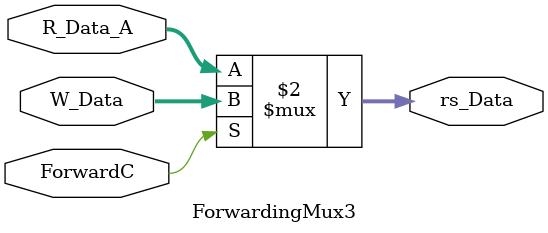
<source format=v>
`timescale 1ns / 1ps


module ForwardingMux3(
    input [31:0] R_Data_A,
    input [31:0] W_Data,
    input ForwardC,
    output [31:0] rs_Data
    );
    assign rs_Data = (ForwardC == 1) ? W_Data : R_Data_A;
endmodule

</source>
